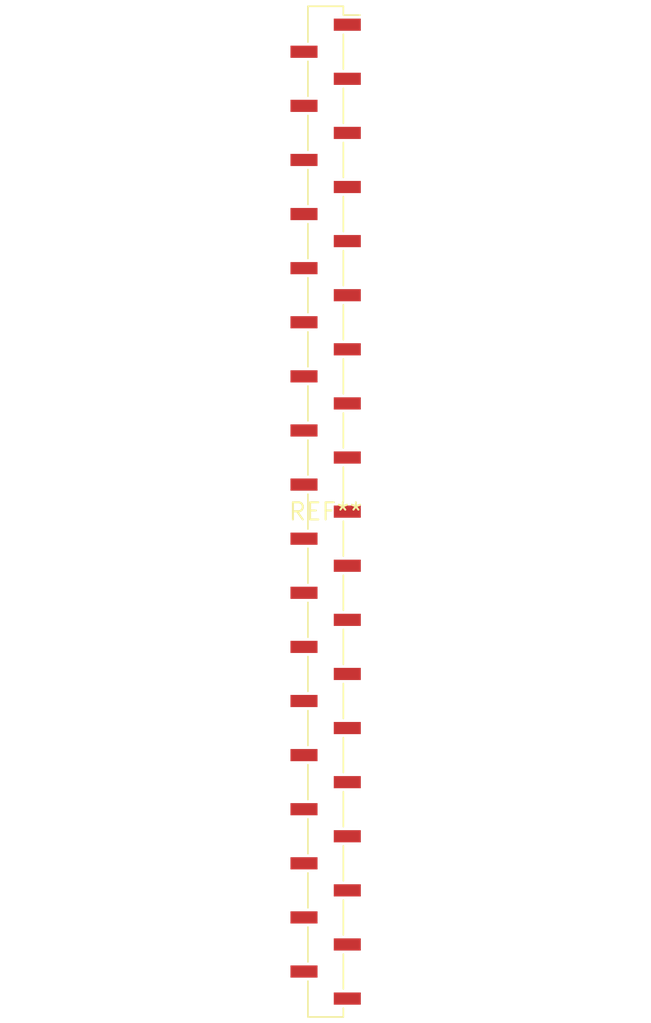
<source format=kicad_pcb>
(kicad_pcb (version 20240108) (generator pcbnew)
  (layers (0 "F.Cu" signal) (31 "B.Cu" signal) (34 "B.Paste" user) (35 "F.Paste" user) (36 "B.SilkS" user "B.Silkscreen") (37 "F.SilkS" user "F.Silkscreen") (38 "B.Mask" user) (39 "F.Mask" user) (44 "Edge.Cuts" user))
  (net 0 "")
  (footprint "PinSocket_1x37_P2.00mm_Vertical_SMD_Pin1Right" (layer "F.Cu") (at 0 0)
    (property "Reference" "REF**")
    (property "Value" "PinSocket_1x37_P2.00mm_Vertical_SMD_Pin1Right")
    (fp_line (start -1.31 -37.36) (end -1.31 -34.71) (layer "F.SilkS") (stroke (width 0.12)))
    (fp_line (start -1.31 -37.36) (end 1.31 -37.36) (layer "F.SilkS") (stroke (width 0.12)))
    (fp_line (start -1.31 -33.29) (end -1.31 -30.71) (layer "F.SilkS") (stroke (width 0.12)))
    (fp_line (start -1.31 -29.29) (end -1.31 -26.71) (layer "F.SilkS") (stroke (width 0.12)))
    (fp_line (start -1.31 -25.29) (end -1.31 -22.71) (layer "F.SilkS") (stroke (width 0.12)))
    (fp_line (start -1.31 -21.29) (end -1.31 -18.71) (layer "F.SilkS") (stroke (width 0.12)))
    (fp_line (start -1.31 -17.29) (end -1.31 -14.71) (layer "F.SilkS") (stroke (width 0.12)))
    (fp_line (start -1.31 -13.29) (end -1.31 -10.71) (layer "F.SilkS") (stroke (width 0.12)))
    (fp_line (start -1.31 -9.29) (end -1.31 -6.71) (layer "F.SilkS") (stroke (width 0.12)))
    (fp_line (start -1.31 -5.29) (end -1.31 -2.71) (layer "F.SilkS") (stroke (width 0.12)))
    (fp_line (start -1.31 -1.29) (end -1.31 1.29) (layer "F.SilkS") (stroke (width 0.12)))
    (fp_line (start -1.31 2.71) (end -1.31 5.29) (layer "F.SilkS") (stroke (width 0.12)))
    (fp_line (start -1.31 6.71) (end -1.31 9.29) (layer "F.SilkS") (stroke (width 0.12)))
    (fp_line (start -1.31 10.71) (end -1.31 13.29) (layer "F.SilkS") (stroke (width 0.12)))
    (fp_line (start -1.31 14.71) (end -1.31 17.29) (layer "F.SilkS") (stroke (width 0.12)))
    (fp_line (start -1.31 18.71) (end -1.31 21.29) (layer "F.SilkS") (stroke (width 0.12)))
    (fp_line (start -1.31 22.71) (end -1.31 25.29) (layer "F.SilkS") (stroke (width 0.12)))
    (fp_line (start -1.31 26.71) (end -1.31 29.29) (layer "F.SilkS") (stroke (width 0.12)))
    (fp_line (start -1.31 30.71) (end -1.31 33.29) (layer "F.SilkS") (stroke (width 0.12)))
    (fp_line (start -1.31 34.71) (end -1.31 37.36) (layer "F.SilkS") (stroke (width 0.12)))
    (fp_line (start -1.31 37.36) (end 1.31 37.36) (layer "F.SilkS") (stroke (width 0.12)))
    (fp_line (start 1.31 -37.36) (end 1.31 -36.71) (layer "F.SilkS") (stroke (width 0.12)))
    (fp_line (start 1.31 -36.71) (end 2.54 -36.71) (layer "F.SilkS") (stroke (width 0.12)))
    (fp_line (start 1.31 -35.29) (end 1.31 -32.71) (layer "F.SilkS") (stroke (width 0.12)))
    (fp_line (start 1.31 -31.29) (end 1.31 -28.71) (layer "F.SilkS") (stroke (width 0.12)))
    (fp_line (start 1.31 -27.29) (end 1.31 -24.71) (layer "F.SilkS") (stroke (width 0.12)))
    (fp_line (start 1.31 -23.29) (end 1.31 -20.71) (layer "F.SilkS") (stroke (width 0.12)))
    (fp_line (start 1.31 -19.29) (end 1.31 -16.71) (layer "F.SilkS") (stroke (width 0.12)))
    (fp_line (start 1.31 -15.29) (end 1.31 -12.71) (layer "F.SilkS") (stroke (width 0.12)))
    (fp_line (start 1.31 -11.29) (end 1.31 -8.71) (layer "F.SilkS") (stroke (width 0.12)))
    (fp_line (start 1.31 -7.29) (end 1.31 -4.71) (layer "F.SilkS") (stroke (width 0.12)))
    (fp_line (start 1.31 -3.29) (end 1.31 -0.71) (layer "F.SilkS") (stroke (width 0.12)))
    (fp_line (start 1.31 0.71) (end 1.31 3.29) (layer "F.SilkS") (stroke (width 0.12)))
    (fp_line (start 1.31 4.71) (end 1.31 7.29) (layer "F.SilkS") (stroke (width 0.12)))
    (fp_line (start 1.31 8.71) (end 1.31 11.29) (layer "F.SilkS") (stroke (width 0.12)))
    (fp_line (start 1.31 12.71) (end 1.31 15.29) (layer "F.SilkS") (stroke (width 0.12)))
    (fp_line (start 1.31 16.71) (end 1.31 19.29) (layer "F.SilkS") (stroke (width 0.12)))
    (fp_line (start 1.31 20.71) (end 1.31 23.29) (layer "F.SilkS") (stroke (width 0.12)))
    (fp_line (start 1.31 24.71) (end 1.31 27.29) (layer "F.SilkS") (stroke (width 0.12)))
    (fp_line (start 1.31 28.71) (end 1.31 31.29) (layer "F.SilkS") (stroke (width 0.12)))
    (fp_line (start 1.31 32.71) (end 1.31 35.29) (layer "F.SilkS") (stroke (width 0.12)))
    (fp_line (start 1.31 36.71) (end 1.31 37.36) (layer "F.SilkS") (stroke (width 0.12)))
    (pad "1" smd rect (at 1.6 -36) (size 2 0.9) (layers "F.Cu" "F.Paste" "F.Mask"))
    (pad "2" smd rect (at -1.6 -34) (size 2 0.9) (layers "F.Cu" "F.Paste" "F.Mask"))
    (pad "3" smd rect (at 1.6 -32) (size 2 0.9) (layers "F.Cu" "F.Paste" "F.Mask"))
    (pad "4" smd rect (at -1.6 -30) (size 2 0.9) (layers "F.Cu" "F.Paste" "F.Mask"))
    (pad "5" smd rect (at 1.6 -28) (size 2 0.9) (layers "F.Cu" "F.Paste" "F.Mask"))
    (pad "6" smd rect (at -1.6 -26) (size 2 0.9) (layers "F.Cu" "F.Paste" "F.Mask"))
    (pad "7" smd rect (at 1.6 -24) (size 2 0.9) (layers "F.Cu" "F.Paste" "F.Mask"))
    (pad "8" smd rect (at -1.6 -22) (size 2 0.9) (layers "F.Cu" "F.Paste" "F.Mask"))
    (pad "9" smd rect (at 1.6 -20) (size 2 0.9) (layers "F.Cu" "F.Paste" "F.Mask"))
    (pad "10" smd rect (at -1.6 -18) (size 2 0.9) (layers "F.Cu" "F.Paste" "F.Mask"))
    (pad "11" smd rect (at 1.6 -16) (size 2 0.9) (layers "F.Cu" "F.Paste" "F.Mask"))
    (pad "12" smd rect (at -1.6 -14) (size 2 0.9) (layers "F.Cu" "F.Paste" "F.Mask"))
    (pad "13" smd rect (at 1.6 -12) (size 2 0.9) (layers "F.Cu" "F.Paste" "F.Mask"))
    (pad "14" smd rect (at -1.6 -10) (size 2 0.9) (layers "F.Cu" "F.Paste" "F.Mask"))
    (pad "15" smd rect (at 1.6 -8) (size 2 0.9) (layers "F.Cu" "F.Paste" "F.Mask"))
    (pad "16" smd rect (at -1.6 -6) (size 2 0.9) (layers "F.Cu" "F.Paste" "F.Mask"))
    (pad "17" smd rect (at 1.6 -4) (size 2 0.9) (layers "F.Cu" "F.Paste" "F.Mask"))
    (pad "18" smd rect (at -1.6 -2) (size 2 0.9) (layers "F.Cu" "F.Paste" "F.Mask"))
    (pad "19" smd rect (at 1.6 0) (size 2 0.9) (layers "F.Cu" "F.Paste" "F.Mask"))
    (pad "20" smd rect (at -1.6 2) (size 2 0.9) (layers "F.Cu" "F.Paste" "F.Mask"))
    (pad "21" smd rect (at 1.6 4) (size 2 0.9) (layers "F.Cu" "F.Paste" "F.Mask"))
    (pad "22" smd rect (at -1.6 6) (size 2 0.9) (layers "F.Cu" "F.Paste" "F.Mask"))
    (pad "23" smd rect (at 1.6 8) (size 2 0.9) (layers "F.Cu" "F.Paste" "F.Mask"))
    (pad "24" smd rect (at -1.6 10) (size 2 0.9) (layers "F.Cu" "F.Paste" "F.Mask"))
    (pad "25" smd rect (at 1.6 12) (size 2 0.9) (layers "F.Cu" "F.Paste" "F.Mask"))
    (pad "26" smd rect (at -1.6 14) (size 2 0.9) (layers "F.Cu" "F.Paste" "F.Mask"))
    (pad "27" smd rect (at 1.6 16) (size 2 0.9) (layers "F.Cu" "F.Paste" "F.Mask"))
    (pad "28" smd rect (at -1.6 18) (size 2 0.9) (layers "F.Cu" "F.Paste" "F.Mask"))
    (pad "29" smd rect (at 1.6 20) (size 2 0.9) (layers "F.Cu" "F.Paste" "F.Mask"))
    (pad "30" smd rect (at -1.6 22) (size 2 0.9) (layers "F.Cu" "F.Paste" "F.Mask"))
    (pad "31" smd rect (at 1.6 24) (size 2 0.9) (layers "F.Cu" "F.Paste" "F.Mask"))
    (pad "32" smd rect (at -1.6 26) (size 2 0.9) (layers "F.Cu" "F.Paste" "F.Mask"))
    (pad "33" smd rect (at 1.6 28) (size 2 0.9) (layers "F.Cu" "F.Paste" "F.Mask"))
    (pad "34" smd rect (at -1.6 30) (size 2 0.9) (layers "F.Cu" "F.Paste" "F.Mask"))
    (pad "35" smd rect (at 1.6 32) (size 2 0.9) (layers "F.Cu" "F.Paste" "F.Mask"))
    (pad "36" smd rect (at -1.6 34) (size 2 0.9) (layers "F.Cu" "F.Paste" "F.Mask"))
    (pad "37" smd rect (at 1.6 36) (size 2 0.9) (layers "F.Cu" "F.Paste" "F.Mask"))
  )
)
</source>
